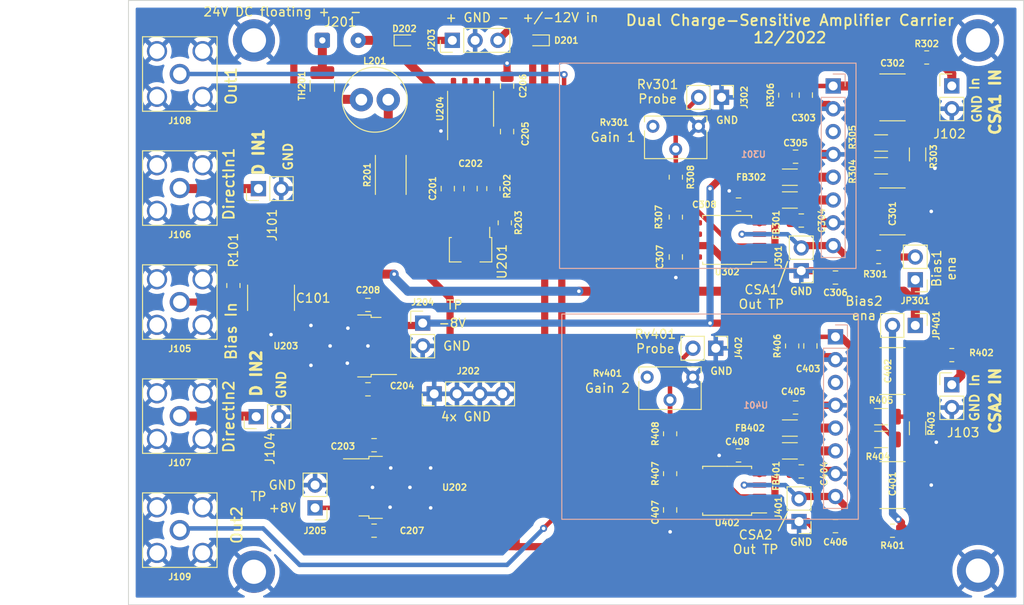
<source format=kicad_pcb>
(kicad_pcb (version 20211014) (generator pcbnew)

  (general
    (thickness 1.6)
  )

  (paper "A4")
  (layers
    (0 "F.Cu" signal)
    (31 "B.Cu" signal)
    (32 "B.Adhes" user "B.Adhesive")
    (33 "F.Adhes" user "F.Adhesive")
    (34 "B.Paste" user)
    (35 "F.Paste" user)
    (36 "B.SilkS" user "B.Silkscreen")
    (37 "F.SilkS" user "F.Silkscreen")
    (38 "B.Mask" user)
    (39 "F.Mask" user)
    (40 "Dwgs.User" user "User.Drawings")
    (41 "Cmts.User" user "User.Comments")
    (42 "Eco1.User" user "User.Eco1")
    (43 "Eco2.User" user "User.Eco2")
    (44 "Edge.Cuts" user)
    (45 "Margin" user)
    (46 "B.CrtYd" user "B.Courtyard")
    (47 "F.CrtYd" user "F.Courtyard")
    (48 "B.Fab" user)
    (49 "F.Fab" user)
    (50 "User.1" user)
    (51 "User.2" user)
    (52 "User.3" user)
    (53 "User.4" user)
    (54 "User.5" user)
    (55 "User.6" user)
    (56 "User.7" user)
    (57 "User.8" user)
    (58 "User.9" user)
  )

  (setup
    (stackup
      (layer "F.SilkS" (type "Top Silk Screen"))
      (layer "F.Paste" (type "Top Solder Paste"))
      (layer "F.Mask" (type "Top Solder Mask") (thickness 0.01))
      (layer "F.Cu" (type "copper") (thickness 0.035))
      (layer "dielectric 1" (type "core") (thickness 1.51) (material "FR4") (epsilon_r 4.5) (loss_tangent 0.02))
      (layer "B.Cu" (type "copper") (thickness 0.035))
      (layer "B.Mask" (type "Bottom Solder Mask") (thickness 0.01))
      (layer "B.Paste" (type "Bottom Solder Paste"))
      (layer "B.SilkS" (type "Bottom Silk Screen"))
      (copper_finish "None")
      (dielectric_constraints no)
    )
    (pad_to_mask_clearance 0)
    (pcbplotparams
      (layerselection 0x00010fc_ffffffff)
      (disableapertmacros false)
      (usegerberextensions false)
      (usegerberattributes true)
      (usegerberadvancedattributes true)
      (creategerberjobfile true)
      (svguseinch false)
      (svgprecision 6)
      (excludeedgelayer true)
      (plotframeref false)
      (viasonmask false)
      (mode 1)
      (useauxorigin false)
      (hpglpennumber 1)
      (hpglpenspeed 20)
      (hpglpendiameter 15.000000)
      (dxfpolygonmode true)
      (dxfimperialunits true)
      (dxfusepcbnewfont true)
      (psnegative false)
      (psa4output false)
      (plotreference true)
      (plotvalue true)
      (plotinvisibletext false)
      (sketchpadsonfab false)
      (subtractmaskfromsilk false)
      (outputformat 1)
      (mirror false)
      (drillshape 1)
      (scaleselection 1)
      (outputdirectory "")
    )
  )

  (net 0 "")
  (net 1 "GND")
  (net 2 "-8V")
  (net 3 "+8V")
  (net 4 "Net-(C201-Pad1)")
  (net 5 "Net-(C201-Pad2)")
  (net 6 "Net-(C202-Pad1)")
  (net 7 "Net-(C203-Pad1)")
  (net 8 "Net-(C204-Pad1)")
  (net 9 "Net-(C205-Pad2)")
  (net 10 "Net-(J201-Pad1)")
  (net 11 "Net-(L201-Pad1)")
  (net 12 "Net-(L201-Pad2)")
  (net 13 "Net-(R202-Pad1)")
  (net 14 "unconnected-(U204-Pad4)")
  (net 15 "unconnected-(U204-Pad5)")
  (net 16 "unconnected-(U204-Pad6)")
  (net 17 "unconnected-(U204-Pad7)")
  (net 18 "/CSA+Amp/CSA_IN")
  (net 19 "/CSA+Amp1/CSA_IN")
  (net 20 "Net-(C301-Pad2)")
  (net 21 "Net-(C304-Pad1)")
  (net 22 "Net-(C302-Pad1)")
  (net 23 "Net-(C404-Pad1)")
  (net 24 "unconnected-(Rv401-Pad3)")
  (net 25 "unconnected-(U301-Pad3)")
  (net 26 "unconnected-(U401-Pad3)")
  (net 27 "Net-(C302-Pad2)")
  (net 28 "Net-(C305-Pad1)")
  (net 29 "Net-(C306-Pad1)")
  (net 30 "Net-(C401-Pad2)")
  (net 31 "Net-(C402-Pad1)")
  (net 32 "Net-(C402-Pad2)")
  (net 33 "Net-(C405-Pad1)")
  (net 34 "Net-(C406-Pad1)")
  (net 35 "/CSA+Amp/BIAS_IN")
  (net 36 "/CSA+Amp/Out")
  (net 37 "/CSA+Amp1/Out")
  (net 38 "Net-(R304-Pad2)")
  (net 39 "Net-(R404-Pad2)")
  (net 40 "Net-(J302-Pad2)")
  (net 41 "Net-(J402-Pad2)")
  (net 42 "Net-(J104-Pad1)")
  (net 43 "Net-(JP301-Pad2)")
  (net 44 "Net-(JP401-Pad2)")
  (net 45 "Net-(J105-Pad1)")
  (net 46 "Net-(R307-Pad1)")
  (net 47 "Net-(R407-Pad1)")
  (net 48 "unconnected-(U302-Pad1)")
  (net 49 "unconnected-(U302-Pad5)")
  (net 50 "unconnected-(U302-Pad8)")
  (net 51 "unconnected-(U402-Pad1)")
  (net 52 "unconnected-(U402-Pad5)")
  (net 53 "Net-(J101-Pad1)")
  (net 54 "unconnected-(U402-Pad8)")
  (net 55 "unconnected-(Rv301-Pad3)")

  (footprint "Inductor_SMD:L_1206_3216Metric_Pad1.22x1.90mm_HandSolder" (layer "F.Cu") (at 190.5 114.3 180))

  (footprint "Connector_PinHeader_2.54mm:PinHeader_1x02_P2.54mm_Vertical" (layer "F.Cu") (at 204.47 123.19 180))

  (footprint "Resistor_SMD:R_0805_2012Metric_Pad1.20x1.40mm_HandSolder" (layer "F.Cu") (at 157.48 113.03 90))

  (footprint "Capacitor_SMD:C_0805_2012Metric_Pad1.18x1.45mm_HandSolder" (layer "F.Cu") (at 159.004 101.6 90))

  (footprint "MountingHole:MountingHole_2.7mm_M2.5_DIN965_Pad_TopBottom" (layer "F.Cu") (at 211.455 96.52))

  (footprint "Package_SO:SOIC-8_5.23x5.23mm_P1.27mm" (layer "F.Cu") (at 183.515 118.745 180))

  (footprint "Resistor_SMD:R_0805_2012Metric_Pad1.20x1.40mm_HandSolder" (layer "F.Cu") (at 177.8 116.205 -90))

  (footprint "Capacitor_SMD:C_0805_2012Metric_Pad1.18x1.45mm_HandSolder" (layer "F.Cu") (at 195.58 122.936 180))

  (footprint "MountingHole:MountingHole_2.7mm_M2.5_DIN965_Pad_TopBottom" (layer "F.Cu") (at 211.455 155.575))

  (footprint "Package_TO_SOT_SMD:SOT-89-3_Handsoldering" (layer "F.Cu") (at 154.94 119.5375 -90))

  (footprint "Capacitor_SMD:C_0805_2012Metric_Pad1.18x1.45mm_HandSolder" (layer "F.Cu") (at 159.004 106.68 90))

  (footprint "MountingHole:MountingHole_2.7mm_M2.5_DIN965_Pad_TopBottom" (layer "F.Cu") (at 130.81 96.52))

  (footprint "Capacitor_SMD:C_0805_2012Metric_Pad1.18x1.45mm_HandSolder" (layer "F.Cu") (at 191.77 116.586))

  (footprint "Capacitor_SMD:C_0805_2012Metric_Pad1.18x1.45mm_HandSolder" (layer "F.Cu") (at 152.4 113.03 90))

  (footprint "Connector_PinHeader_2.54mm:PinHeader_1x03_P2.54mm_Vertical" (layer "F.Cu") (at 152.908 96.52 90))

  (footprint "Resistor_SMD:R_1206_3216Metric_Pad1.30x1.75mm_HandSolder" (layer "F.Cu") (at 200.66 107.95))

  (footprint "Resistor_SMD:R_0805_2012Metric_Pad1.20x1.40mm_HandSolder" (layer "F.Cu") (at 158.75 116.84 90))

  (footprint "Capacitor_SMD:C_0805_2012Metric_Pad1.18x1.45mm_HandSolder" (layer "F.Cu") (at 191.135 137.414))

  (footprint "Resistor_SMD:R_0805_2012Metric_Pad1.20x1.40mm_HandSolder" (layer "F.Cu") (at 190.754 130.556 90))

  (footprint "Connector_PinHeader_2.54mm:PinHeader_1x02_P2.54mm_Vertical" (layer "F.Cu") (at 137.62 148.591 180))

  (footprint "Capacitor_SMD:C_2220_5650Metric_Pad1.97x5.40mm_HandSolder" (layer "F.Cu") (at 201.93 115.57 180))

  (footprint "Capacitor_SMD:C_0805_2012Metric_Pad1.18x1.45mm_HandSolder" (layer "F.Cu") (at 143.51 135.382 180))

  (footprint "Connector_Wire:SolderWire-0.15sqmm_1x02_P4mm_D0.5mm_OD1.5mm" (layer "F.Cu") (at 138.43 96.52))

  (footprint "Connector_PinHeader_2.54mm:PinHeader_1x02_P2.54mm_Vertical" (layer "F.Cu") (at 191.521 150.114 180))

  (footprint "Capacitor_SMD:C_0805_2012Metric_Pad1.18x1.45mm_HandSolder" (layer "F.Cu") (at 195.58 150.622 180))

  (footprint "Package_TO_SOT_SMD:TO-252-3_TabPin2" (layer "F.Cu") (at 141.395 130.556 180))

  (footprint "Connector_PinHeader_2.54mm:PinHeader_1x02_P2.54mm_Vertical" (layer "F.Cu") (at 149.606 128.011))

  (footprint "Connector_PinHeader_2.54mm:PinHeader_1x02_P2.54mm_Vertical" (layer "F.Cu") (at 208.534 134.874))

  (footprint "Connector_PinHeader_2.54mm:PinHeader_1x02_P2.54mm_Vertical" (layer "F.Cu") (at 191.77 122.179 180))

  (footprint "Inductor_SMD:L_1206_3216Metric_Pad1.22x1.90mm_HandSolder" (layer "F.Cu") (at 190.5 111.76 180))

  (footprint "Capacitor_SMD:C_0805_2012Metric_Pad1.18x1.45mm_HandSolder" (layer "F.Cu") (at 184.785 142.748 180))

  (footprint "Connector_PinHeader_2.54mm:PinHeader_1x02_P2.54mm_Vertical" (layer "F.Cu") (at 208.534 101.595))

  (footprint "Connector_PinHeader_2.54mm:PinHeader_1x02_P2.54mm_Vertical" (layer "F.Cu") (at 204.47 128.27 -90))

  (footprint "Package_TO_SOT_SMD:TO-252-3_TabPin2" (layer "F.Cu") (at 146.085 146.305))

  (footprint "Capacitor_SMD:C_0805_2012Metric_Pad1.18x1.45mm_HandSolder" (layer "F.Cu") (at 144.1925 151.125))

  (footprint "Resistor_SMD:R_0805_2012Metric_Pad1.20x1.40mm_HandSolder" (layer "F.Cu") (at 128.524 123.825 -90))

  (footprint "MountingHole:MountingHole_2.7mm_M2.5_DIN965_Pad_TopBottom" (layer "F.Cu") (at 130.81 155.702))

  (footprint "Resistor_SMD:R_0805_2012Metric_Pad1.20x1.40mm_HandSolder" (layer "F.Cu") (at 200.39 120.65))

  (footprint "Inductor_SMD:L_1206_3216Metric_Pad1.22x1.90mm_HandSolder" (layer "F.Cu") (at 190.5 142.24 180))

  (footprint "Resistor_SMD:R_1206_3216Metric_Pad1.30x1.75mm_HandSolder" (layer "F.Cu") (at 200.66 138.43))

  (footprint "Resistor_SMD:R_0805_2012Metric_Pad1.20x1.40mm_HandSolder" (layer "F.Cu") (at 177.8 111.76 -90))

  (footprint "Capacitor_SMD:C_0805_2012Metric_Pad1.18x1.45mm_HandSolder" (layer "F.Cu") (at 143.51 125.984 180))

  (footprint "Connector_Coaxial:SMA_Amphenol_132203-12_Horizontal" (layer "F.Cu") (at 122.555 138.3665 90))

  (footprint "Resistor_SMD:R_1206_3216Metric_Pad1.30x1.75mm_HandSolder" (layer "F.Cu") (at 200.66 110.49))

  (footprint "Capacitor_SMD:C_0805_2012Metric_Pad1.18x1.45mm_HandSolder" (layer "F.Cu") (at 184.785 114.808 180))

  (footprint "Connector_PinHeader_2.54mm:PinHeader_1x02_P2.54mm_Vertical" (layer "F.Cu") (at 131.313 113.03 90))

  (footprint "Connector_PinHeader_2.54mm:PinHeader_1x02_P2.54mm_Vertical" (layer "F.Cu") (at 131.059 138.43 90))

  (footprint "Connector_PinHeader_2.54mm:PinHeader_1x02_P2.54mm_Vertical" (layer "F.Cu") (at 182.885 102.87 -90))

  (footprint "Resistor_SMD:R_1206_3216Metric_Pad1.30x1.75mm_HandSolder" (layer "F.Cu") (at 204.724 109.22 90))

  (footprint "Resistor_SMD:R_0805_2012Metric_Pad1.20x1.40mm_HandSolder" (layer "F.Cu") (at 177.165 144.78 -90))

  (footprint "Connector_PinHeader_2.54mm:PinHeader_1x02_P2.54mm_Vertical" (layer "F.Cu") (at 182.245 130.81 -90))

  (footprint "Resistor_SMD:R_0805_2012Metric_Pad1.20x1.40mm_HandSolder" (layer "F.Cu") (at 177.165 140.335 -90))

  (footprint "Inductor_THT:L_Radial_D7.0mm_P3.00mm" (layer "F.Cu") (at 142.772 103.124))

  (footprint "Capacitor_SMD:C_0805_2012Metric_Pad1.18x1.45mm_HandSolder" (layer "F.Cu") (at 191.77 144.526))

  (footprint "Package_SO:SOIC-8_3.9x4.9mm_P1.27mm" (layer "F.Cu") (at 154.94 104.14 90))

  (footprint "Inductor_SMD:L_1206_3216Metric_Pad1.22x1.90mm_HandSolder" (layer "F.Cu") (at 190.5 139.7 180))

  (footprint "Diode_SMD:D_SOD-523" (layer "F.Cu")
    (tedit 586419F0) (tstamp 9a11282e-ed00-478c-af71-d8bf925bb7b0)
    (at 147.574 96.52)
    (descr "http://www.diodes.com/datasheets/ap02001.pdf p.144")
    (tags "Diode SOD523")
    (property "Digikey" "3757-RB751V-40-AU_R1_000A1CT-ND")
    (property "Mouser" "241-RB751V-40R100001 ")
    (property "Sheetfile" "power_suppply.kicad_sch")
    (property "Sheetname" "Power Supply")
    (path "/aec9b049-86b8-4e65-a23e-267c0581eaac/0880e8cd-4f9d-44f7-9eed-ed9e67290786")
    (attr smd)
    (fp_text reference "D202" (at 0 -1.3) (layer "F.SilkS")
      (effects (font (size 0.7 0.7) (thickness 0.15)))
      (tstamp f8234c77-2c73-4cfa-96aa-04d84209f4ec)
    )
    (fp_text value "RB751V-40" (at 0 1.4) (layer "F.Fab")
      (effects (font (size 0.7 0.7) (thickness 0.15)))
      (tstamp 02e9291b-6d59-4bef-9ce8-28fdca94dd44)
    )
    (fp_text user "${REFERENCE}" (at 0 -1.3) (layer "F.Fab")
      (effects (font (size 0.7 0.7) (thickness 0.15)))
      (tstamp c0d2984e-05bc-41e7-b4a2-9ae320be201b)
    )
    (fp_line (start -1.15 -0.6) (end -1.15 0.6) (layer "F.SilkS") (width 0.12) (tstamp 1b41018d-5e8b-4dd5-ada0-2ffb30a6a021))
    (fp_line (start 0.7 0.6) (end -1.15 0.6) (layer "F.SilkS") (width 0.12) (tstamp 4efd812a-1330-4634-a192-a92a391a0af5))
    (fp_line (start 0.7 -0.6) (end -1.15 -0.6) (layer "F.SilkS") (width 0.12) (tstamp d53dd9ec-9cea-4eb4-994e-0098457e3daf))
    (fp_line (start -1.25 0.7) (end -1.25 -0.7) (layer "F.CrtYd") (width 0.05) (tstamp 4e158474-d89d-4602-836a-9451117cc0a8))
    (fp_line (start 1.25 -0.7) (end 1.25 0.7) (layer "F.CrtYd") (width 0.05) (tstamp 956209e9-a2d3-4d17-9ad4-b7ec10a8b366))
    (fp_line (start -1.25 -0.7) (end 1.25 -0.7) (layer "F.CrtYd") (width 0.05) (tstamp a18abeb3-40f7-4786-b098-03605e33127f))
    (fp_line (start 1.25 0.7) (end -1.25 0.7) (layer "F.CrtYd") (width 0.05) (tstamp e1825e45-3e12-41d4-afbd-960bd03361b3))
    (fp_line (start -0.2 0) (end 0.1 0.2) (layer "F.Fab") (width 0.1) (tstamp 1cfb9222-8ec5-468d-bed6-7a68390e7016))
    (fp_line (start 0.1 0) (end 0.25 0) (layer "F.Fab") (width 0.1) (tstamp 2a201634-23f7-4299-a463-d6c27153f9bc))
    (fp_line (start 0.65 0.45) (end -0.65 0.4
... [459427 chars truncated]
</source>
